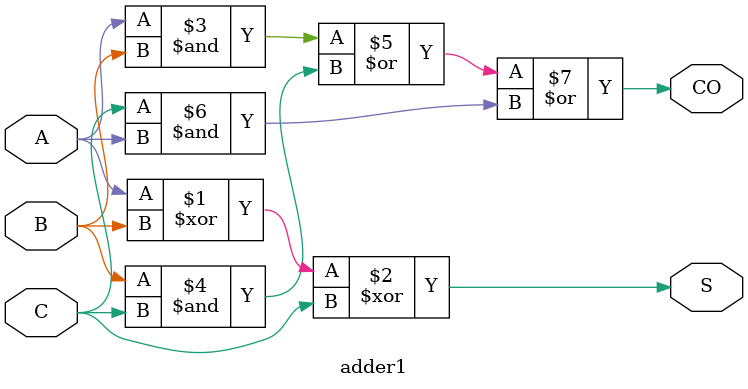
<source format=sv>


module adder_1a(S,CO,A,B,Cin);

input [3:0] A,B;
input Cin;
output reg [3:0]S;
output reg CO;

wire [3:0]W;

adder1 A1(S[0],W[0],A[0],B[0],Cin);
adder1 A2(S[1],W[1],A[1],B[1],W[0]);
adder1 A3(S[2],W[2],A[2],B[2],W[1]);
adder1 A4(S[3],W[3],A[3],B[3],W[2]);

assign CO = W[3];


endmodule




module adder1(S,CO,A,B,C);

input A,B,C;
output S,CO;

assign S = A ^ B^C;
assign CO = A&B | B&C | C&A;

endmodule

</source>
